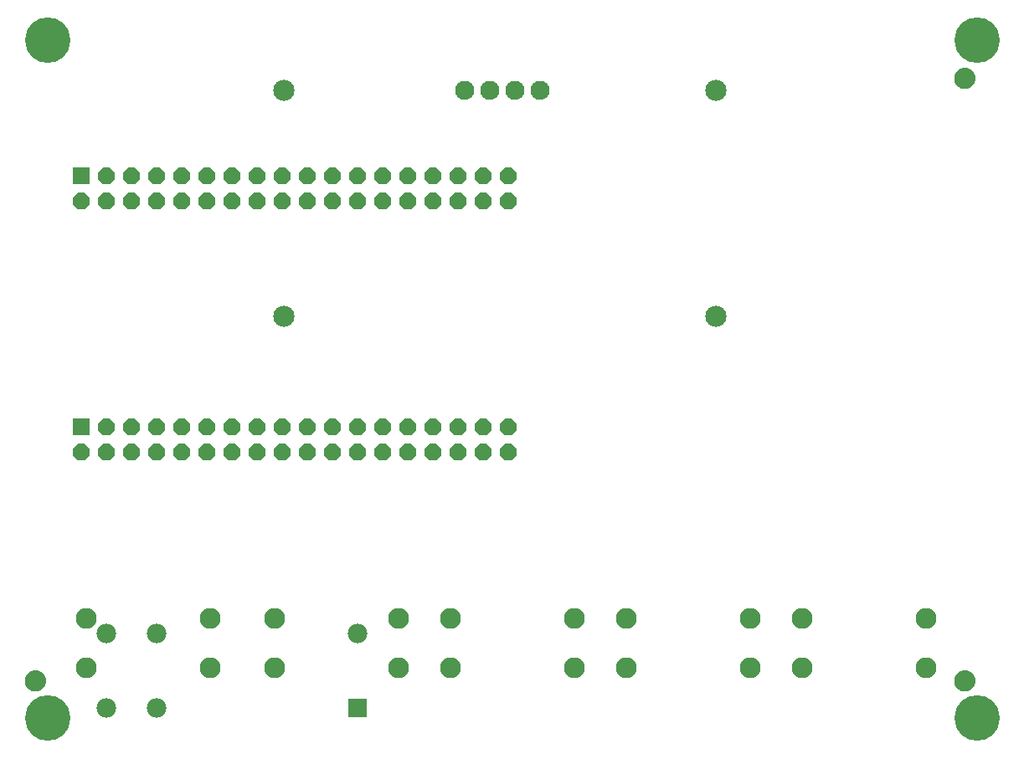
<source format=gbr>
G04 EAGLE Gerber RS-274X export*
G75*
%MOMM*%
%FSLAX34Y34*%
%LPD*%
%INSoldermask Bottom*%
%IPPOS*%
%AMOC8*
5,1,8,0,0,1.08239X$1,22.5*%
G01*
%ADD10C,0.609600*%
%ADD11C,1.168400*%
%ADD12C,1.972400*%
%ADD13R,1.972400X1.972400*%
%ADD14C,4.597400*%
%ADD15C,2.112400*%
%ADD16C,2.152400*%
%ADD17C,1.930400*%
%ADD18R,1.676400X1.676400*%
%ADD19P,1.814519X8X22.500000*%


D10*
X957580Y76200D02*
X957582Y76387D01*
X957589Y76574D01*
X957601Y76761D01*
X957617Y76947D01*
X957637Y77133D01*
X957662Y77318D01*
X957692Y77503D01*
X957726Y77687D01*
X957765Y77870D01*
X957808Y78052D01*
X957856Y78232D01*
X957908Y78412D01*
X957965Y78590D01*
X958025Y78767D01*
X958091Y78942D01*
X958160Y79116D01*
X958234Y79288D01*
X958312Y79458D01*
X958394Y79626D01*
X958480Y79792D01*
X958570Y79956D01*
X958664Y80117D01*
X958762Y80277D01*
X958864Y80433D01*
X958970Y80588D01*
X959080Y80739D01*
X959193Y80888D01*
X959310Y81034D01*
X959430Y81177D01*
X959554Y81317D01*
X959681Y81454D01*
X959812Y81588D01*
X959946Y81719D01*
X960083Y81846D01*
X960223Y81970D01*
X960366Y82090D01*
X960512Y82207D01*
X960661Y82320D01*
X960812Y82430D01*
X960967Y82536D01*
X961123Y82638D01*
X961283Y82736D01*
X961444Y82830D01*
X961608Y82920D01*
X961774Y83006D01*
X961942Y83088D01*
X962112Y83166D01*
X962284Y83240D01*
X962458Y83309D01*
X962633Y83375D01*
X962810Y83435D01*
X962988Y83492D01*
X963168Y83544D01*
X963348Y83592D01*
X963530Y83635D01*
X963713Y83674D01*
X963897Y83708D01*
X964082Y83738D01*
X964267Y83763D01*
X964453Y83783D01*
X964639Y83799D01*
X964826Y83811D01*
X965013Y83818D01*
X965200Y83820D01*
X965387Y83818D01*
X965574Y83811D01*
X965761Y83799D01*
X965947Y83783D01*
X966133Y83763D01*
X966318Y83738D01*
X966503Y83708D01*
X966687Y83674D01*
X966870Y83635D01*
X967052Y83592D01*
X967232Y83544D01*
X967412Y83492D01*
X967590Y83435D01*
X967767Y83375D01*
X967942Y83309D01*
X968116Y83240D01*
X968288Y83166D01*
X968458Y83088D01*
X968626Y83006D01*
X968792Y82920D01*
X968956Y82830D01*
X969117Y82736D01*
X969277Y82638D01*
X969433Y82536D01*
X969588Y82430D01*
X969739Y82320D01*
X969888Y82207D01*
X970034Y82090D01*
X970177Y81970D01*
X970317Y81846D01*
X970454Y81719D01*
X970588Y81588D01*
X970719Y81454D01*
X970846Y81317D01*
X970970Y81177D01*
X971090Y81034D01*
X971207Y80888D01*
X971320Y80739D01*
X971430Y80588D01*
X971536Y80433D01*
X971638Y80277D01*
X971736Y80117D01*
X971830Y79956D01*
X971920Y79792D01*
X972006Y79626D01*
X972088Y79458D01*
X972166Y79288D01*
X972240Y79116D01*
X972309Y78942D01*
X972375Y78767D01*
X972435Y78590D01*
X972492Y78412D01*
X972544Y78232D01*
X972592Y78052D01*
X972635Y77870D01*
X972674Y77687D01*
X972708Y77503D01*
X972738Y77318D01*
X972763Y77133D01*
X972783Y76947D01*
X972799Y76761D01*
X972811Y76574D01*
X972818Y76387D01*
X972820Y76200D01*
X972818Y76013D01*
X972811Y75826D01*
X972799Y75639D01*
X972783Y75453D01*
X972763Y75267D01*
X972738Y75082D01*
X972708Y74897D01*
X972674Y74713D01*
X972635Y74530D01*
X972592Y74348D01*
X972544Y74168D01*
X972492Y73988D01*
X972435Y73810D01*
X972375Y73633D01*
X972309Y73458D01*
X972240Y73284D01*
X972166Y73112D01*
X972088Y72942D01*
X972006Y72774D01*
X971920Y72608D01*
X971830Y72444D01*
X971736Y72283D01*
X971638Y72123D01*
X971536Y71967D01*
X971430Y71812D01*
X971320Y71661D01*
X971207Y71512D01*
X971090Y71366D01*
X970970Y71223D01*
X970846Y71083D01*
X970719Y70946D01*
X970588Y70812D01*
X970454Y70681D01*
X970317Y70554D01*
X970177Y70430D01*
X970034Y70310D01*
X969888Y70193D01*
X969739Y70080D01*
X969588Y69970D01*
X969433Y69864D01*
X969277Y69762D01*
X969117Y69664D01*
X968956Y69570D01*
X968792Y69480D01*
X968626Y69394D01*
X968458Y69312D01*
X968288Y69234D01*
X968116Y69160D01*
X967942Y69091D01*
X967767Y69025D01*
X967590Y68965D01*
X967412Y68908D01*
X967232Y68856D01*
X967052Y68808D01*
X966870Y68765D01*
X966687Y68726D01*
X966503Y68692D01*
X966318Y68662D01*
X966133Y68637D01*
X965947Y68617D01*
X965761Y68601D01*
X965574Y68589D01*
X965387Y68582D01*
X965200Y68580D01*
X965013Y68582D01*
X964826Y68589D01*
X964639Y68601D01*
X964453Y68617D01*
X964267Y68637D01*
X964082Y68662D01*
X963897Y68692D01*
X963713Y68726D01*
X963530Y68765D01*
X963348Y68808D01*
X963168Y68856D01*
X962988Y68908D01*
X962810Y68965D01*
X962633Y69025D01*
X962458Y69091D01*
X962284Y69160D01*
X962112Y69234D01*
X961942Y69312D01*
X961774Y69394D01*
X961608Y69480D01*
X961444Y69570D01*
X961283Y69664D01*
X961123Y69762D01*
X960967Y69864D01*
X960812Y69970D01*
X960661Y70080D01*
X960512Y70193D01*
X960366Y70310D01*
X960223Y70430D01*
X960083Y70554D01*
X959946Y70681D01*
X959812Y70812D01*
X959681Y70946D01*
X959554Y71083D01*
X959430Y71223D01*
X959310Y71366D01*
X959193Y71512D01*
X959080Y71661D01*
X958970Y71812D01*
X958864Y71967D01*
X958762Y72123D01*
X958664Y72283D01*
X958570Y72444D01*
X958480Y72608D01*
X958394Y72774D01*
X958312Y72942D01*
X958234Y73112D01*
X958160Y73284D01*
X958091Y73458D01*
X958025Y73633D01*
X957965Y73810D01*
X957908Y73988D01*
X957856Y74168D01*
X957808Y74348D01*
X957765Y74530D01*
X957726Y74713D01*
X957692Y74897D01*
X957662Y75082D01*
X957637Y75267D01*
X957617Y75453D01*
X957601Y75639D01*
X957589Y75826D01*
X957582Y76013D01*
X957580Y76200D01*
D11*
X965200Y76200D03*
D10*
X957580Y685800D02*
X957582Y685987D01*
X957589Y686174D01*
X957601Y686361D01*
X957617Y686547D01*
X957637Y686733D01*
X957662Y686918D01*
X957692Y687103D01*
X957726Y687287D01*
X957765Y687470D01*
X957808Y687652D01*
X957856Y687832D01*
X957908Y688012D01*
X957965Y688190D01*
X958025Y688367D01*
X958091Y688542D01*
X958160Y688716D01*
X958234Y688888D01*
X958312Y689058D01*
X958394Y689226D01*
X958480Y689392D01*
X958570Y689556D01*
X958664Y689717D01*
X958762Y689877D01*
X958864Y690033D01*
X958970Y690188D01*
X959080Y690339D01*
X959193Y690488D01*
X959310Y690634D01*
X959430Y690777D01*
X959554Y690917D01*
X959681Y691054D01*
X959812Y691188D01*
X959946Y691319D01*
X960083Y691446D01*
X960223Y691570D01*
X960366Y691690D01*
X960512Y691807D01*
X960661Y691920D01*
X960812Y692030D01*
X960967Y692136D01*
X961123Y692238D01*
X961283Y692336D01*
X961444Y692430D01*
X961608Y692520D01*
X961774Y692606D01*
X961942Y692688D01*
X962112Y692766D01*
X962284Y692840D01*
X962458Y692909D01*
X962633Y692975D01*
X962810Y693035D01*
X962988Y693092D01*
X963168Y693144D01*
X963348Y693192D01*
X963530Y693235D01*
X963713Y693274D01*
X963897Y693308D01*
X964082Y693338D01*
X964267Y693363D01*
X964453Y693383D01*
X964639Y693399D01*
X964826Y693411D01*
X965013Y693418D01*
X965200Y693420D01*
X965387Y693418D01*
X965574Y693411D01*
X965761Y693399D01*
X965947Y693383D01*
X966133Y693363D01*
X966318Y693338D01*
X966503Y693308D01*
X966687Y693274D01*
X966870Y693235D01*
X967052Y693192D01*
X967232Y693144D01*
X967412Y693092D01*
X967590Y693035D01*
X967767Y692975D01*
X967942Y692909D01*
X968116Y692840D01*
X968288Y692766D01*
X968458Y692688D01*
X968626Y692606D01*
X968792Y692520D01*
X968956Y692430D01*
X969117Y692336D01*
X969277Y692238D01*
X969433Y692136D01*
X969588Y692030D01*
X969739Y691920D01*
X969888Y691807D01*
X970034Y691690D01*
X970177Y691570D01*
X970317Y691446D01*
X970454Y691319D01*
X970588Y691188D01*
X970719Y691054D01*
X970846Y690917D01*
X970970Y690777D01*
X971090Y690634D01*
X971207Y690488D01*
X971320Y690339D01*
X971430Y690188D01*
X971536Y690033D01*
X971638Y689877D01*
X971736Y689717D01*
X971830Y689556D01*
X971920Y689392D01*
X972006Y689226D01*
X972088Y689058D01*
X972166Y688888D01*
X972240Y688716D01*
X972309Y688542D01*
X972375Y688367D01*
X972435Y688190D01*
X972492Y688012D01*
X972544Y687832D01*
X972592Y687652D01*
X972635Y687470D01*
X972674Y687287D01*
X972708Y687103D01*
X972738Y686918D01*
X972763Y686733D01*
X972783Y686547D01*
X972799Y686361D01*
X972811Y686174D01*
X972818Y685987D01*
X972820Y685800D01*
X972818Y685613D01*
X972811Y685426D01*
X972799Y685239D01*
X972783Y685053D01*
X972763Y684867D01*
X972738Y684682D01*
X972708Y684497D01*
X972674Y684313D01*
X972635Y684130D01*
X972592Y683948D01*
X972544Y683768D01*
X972492Y683588D01*
X972435Y683410D01*
X972375Y683233D01*
X972309Y683058D01*
X972240Y682884D01*
X972166Y682712D01*
X972088Y682542D01*
X972006Y682374D01*
X971920Y682208D01*
X971830Y682044D01*
X971736Y681883D01*
X971638Y681723D01*
X971536Y681567D01*
X971430Y681412D01*
X971320Y681261D01*
X971207Y681112D01*
X971090Y680966D01*
X970970Y680823D01*
X970846Y680683D01*
X970719Y680546D01*
X970588Y680412D01*
X970454Y680281D01*
X970317Y680154D01*
X970177Y680030D01*
X970034Y679910D01*
X969888Y679793D01*
X969739Y679680D01*
X969588Y679570D01*
X969433Y679464D01*
X969277Y679362D01*
X969117Y679264D01*
X968956Y679170D01*
X968792Y679080D01*
X968626Y678994D01*
X968458Y678912D01*
X968288Y678834D01*
X968116Y678760D01*
X967942Y678691D01*
X967767Y678625D01*
X967590Y678565D01*
X967412Y678508D01*
X967232Y678456D01*
X967052Y678408D01*
X966870Y678365D01*
X966687Y678326D01*
X966503Y678292D01*
X966318Y678262D01*
X966133Y678237D01*
X965947Y678217D01*
X965761Y678201D01*
X965574Y678189D01*
X965387Y678182D01*
X965200Y678180D01*
X965013Y678182D01*
X964826Y678189D01*
X964639Y678201D01*
X964453Y678217D01*
X964267Y678237D01*
X964082Y678262D01*
X963897Y678292D01*
X963713Y678326D01*
X963530Y678365D01*
X963348Y678408D01*
X963168Y678456D01*
X962988Y678508D01*
X962810Y678565D01*
X962633Y678625D01*
X962458Y678691D01*
X962284Y678760D01*
X962112Y678834D01*
X961942Y678912D01*
X961774Y678994D01*
X961608Y679080D01*
X961444Y679170D01*
X961283Y679264D01*
X961123Y679362D01*
X960967Y679464D01*
X960812Y679570D01*
X960661Y679680D01*
X960512Y679793D01*
X960366Y679910D01*
X960223Y680030D01*
X960083Y680154D01*
X959946Y680281D01*
X959812Y680412D01*
X959681Y680546D01*
X959554Y680683D01*
X959430Y680823D01*
X959310Y680966D01*
X959193Y681112D01*
X959080Y681261D01*
X958970Y681412D01*
X958864Y681567D01*
X958762Y681723D01*
X958664Y681883D01*
X958570Y682044D01*
X958480Y682208D01*
X958394Y682374D01*
X958312Y682542D01*
X958234Y682712D01*
X958160Y682884D01*
X958091Y683058D01*
X958025Y683233D01*
X957965Y683410D01*
X957908Y683588D01*
X957856Y683768D01*
X957808Y683948D01*
X957765Y684130D01*
X957726Y684313D01*
X957692Y684497D01*
X957662Y684682D01*
X957637Y684867D01*
X957617Y685053D01*
X957601Y685239D01*
X957589Y685426D01*
X957582Y685613D01*
X957580Y685800D01*
D11*
X965200Y685800D03*
D10*
X17780Y76200D02*
X17782Y76387D01*
X17789Y76574D01*
X17801Y76761D01*
X17817Y76947D01*
X17837Y77133D01*
X17862Y77318D01*
X17892Y77503D01*
X17926Y77687D01*
X17965Y77870D01*
X18008Y78052D01*
X18056Y78232D01*
X18108Y78412D01*
X18165Y78590D01*
X18225Y78767D01*
X18291Y78942D01*
X18360Y79116D01*
X18434Y79288D01*
X18512Y79458D01*
X18594Y79626D01*
X18680Y79792D01*
X18770Y79956D01*
X18864Y80117D01*
X18962Y80277D01*
X19064Y80433D01*
X19170Y80588D01*
X19280Y80739D01*
X19393Y80888D01*
X19510Y81034D01*
X19630Y81177D01*
X19754Y81317D01*
X19881Y81454D01*
X20012Y81588D01*
X20146Y81719D01*
X20283Y81846D01*
X20423Y81970D01*
X20566Y82090D01*
X20712Y82207D01*
X20861Y82320D01*
X21012Y82430D01*
X21167Y82536D01*
X21323Y82638D01*
X21483Y82736D01*
X21644Y82830D01*
X21808Y82920D01*
X21974Y83006D01*
X22142Y83088D01*
X22312Y83166D01*
X22484Y83240D01*
X22658Y83309D01*
X22833Y83375D01*
X23010Y83435D01*
X23188Y83492D01*
X23368Y83544D01*
X23548Y83592D01*
X23730Y83635D01*
X23913Y83674D01*
X24097Y83708D01*
X24282Y83738D01*
X24467Y83763D01*
X24653Y83783D01*
X24839Y83799D01*
X25026Y83811D01*
X25213Y83818D01*
X25400Y83820D01*
X25587Y83818D01*
X25774Y83811D01*
X25961Y83799D01*
X26147Y83783D01*
X26333Y83763D01*
X26518Y83738D01*
X26703Y83708D01*
X26887Y83674D01*
X27070Y83635D01*
X27252Y83592D01*
X27432Y83544D01*
X27612Y83492D01*
X27790Y83435D01*
X27967Y83375D01*
X28142Y83309D01*
X28316Y83240D01*
X28488Y83166D01*
X28658Y83088D01*
X28826Y83006D01*
X28992Y82920D01*
X29156Y82830D01*
X29317Y82736D01*
X29477Y82638D01*
X29633Y82536D01*
X29788Y82430D01*
X29939Y82320D01*
X30088Y82207D01*
X30234Y82090D01*
X30377Y81970D01*
X30517Y81846D01*
X30654Y81719D01*
X30788Y81588D01*
X30919Y81454D01*
X31046Y81317D01*
X31170Y81177D01*
X31290Y81034D01*
X31407Y80888D01*
X31520Y80739D01*
X31630Y80588D01*
X31736Y80433D01*
X31838Y80277D01*
X31936Y80117D01*
X32030Y79956D01*
X32120Y79792D01*
X32206Y79626D01*
X32288Y79458D01*
X32366Y79288D01*
X32440Y79116D01*
X32509Y78942D01*
X32575Y78767D01*
X32635Y78590D01*
X32692Y78412D01*
X32744Y78232D01*
X32792Y78052D01*
X32835Y77870D01*
X32874Y77687D01*
X32908Y77503D01*
X32938Y77318D01*
X32963Y77133D01*
X32983Y76947D01*
X32999Y76761D01*
X33011Y76574D01*
X33018Y76387D01*
X33020Y76200D01*
X33018Y76013D01*
X33011Y75826D01*
X32999Y75639D01*
X32983Y75453D01*
X32963Y75267D01*
X32938Y75082D01*
X32908Y74897D01*
X32874Y74713D01*
X32835Y74530D01*
X32792Y74348D01*
X32744Y74168D01*
X32692Y73988D01*
X32635Y73810D01*
X32575Y73633D01*
X32509Y73458D01*
X32440Y73284D01*
X32366Y73112D01*
X32288Y72942D01*
X32206Y72774D01*
X32120Y72608D01*
X32030Y72444D01*
X31936Y72283D01*
X31838Y72123D01*
X31736Y71967D01*
X31630Y71812D01*
X31520Y71661D01*
X31407Y71512D01*
X31290Y71366D01*
X31170Y71223D01*
X31046Y71083D01*
X30919Y70946D01*
X30788Y70812D01*
X30654Y70681D01*
X30517Y70554D01*
X30377Y70430D01*
X30234Y70310D01*
X30088Y70193D01*
X29939Y70080D01*
X29788Y69970D01*
X29633Y69864D01*
X29477Y69762D01*
X29317Y69664D01*
X29156Y69570D01*
X28992Y69480D01*
X28826Y69394D01*
X28658Y69312D01*
X28488Y69234D01*
X28316Y69160D01*
X28142Y69091D01*
X27967Y69025D01*
X27790Y68965D01*
X27612Y68908D01*
X27432Y68856D01*
X27252Y68808D01*
X27070Y68765D01*
X26887Y68726D01*
X26703Y68692D01*
X26518Y68662D01*
X26333Y68637D01*
X26147Y68617D01*
X25961Y68601D01*
X25774Y68589D01*
X25587Y68582D01*
X25400Y68580D01*
X25213Y68582D01*
X25026Y68589D01*
X24839Y68601D01*
X24653Y68617D01*
X24467Y68637D01*
X24282Y68662D01*
X24097Y68692D01*
X23913Y68726D01*
X23730Y68765D01*
X23548Y68808D01*
X23368Y68856D01*
X23188Y68908D01*
X23010Y68965D01*
X22833Y69025D01*
X22658Y69091D01*
X22484Y69160D01*
X22312Y69234D01*
X22142Y69312D01*
X21974Y69394D01*
X21808Y69480D01*
X21644Y69570D01*
X21483Y69664D01*
X21323Y69762D01*
X21167Y69864D01*
X21012Y69970D01*
X20861Y70080D01*
X20712Y70193D01*
X20566Y70310D01*
X20423Y70430D01*
X20283Y70554D01*
X20146Y70681D01*
X20012Y70812D01*
X19881Y70946D01*
X19754Y71083D01*
X19630Y71223D01*
X19510Y71366D01*
X19393Y71512D01*
X19280Y71661D01*
X19170Y71812D01*
X19064Y71967D01*
X18962Y72123D01*
X18864Y72283D01*
X18770Y72444D01*
X18680Y72608D01*
X18594Y72774D01*
X18512Y72942D01*
X18434Y73112D01*
X18360Y73284D01*
X18291Y73458D01*
X18225Y73633D01*
X18165Y73810D01*
X18108Y73988D01*
X18056Y74168D01*
X18008Y74348D01*
X17965Y74530D01*
X17926Y74713D01*
X17892Y74897D01*
X17862Y75082D01*
X17837Y75267D01*
X17817Y75453D01*
X17801Y75639D01*
X17789Y75826D01*
X17782Y76013D01*
X17780Y76200D01*
D11*
X25400Y76200D03*
D12*
X148200Y48700D03*
X97800Y48700D03*
X148200Y123700D03*
X97800Y123700D03*
D13*
X351200Y48700D03*
D12*
X351200Y123700D03*
D14*
X977900Y38100D03*
X38100Y38100D03*
X977900Y723900D03*
X38100Y723900D03*
D15*
X202200Y139300D03*
X202200Y89300D03*
X77200Y89300D03*
X77200Y139300D03*
X392700Y139300D03*
X392700Y89300D03*
X267700Y89300D03*
X267700Y139300D03*
X570500Y139300D03*
X570500Y89300D03*
X445500Y89300D03*
X445500Y139300D03*
X748300Y139300D03*
X748300Y89300D03*
X623300Y89300D03*
X623300Y139300D03*
X926100Y139300D03*
X926100Y89300D03*
X801100Y89300D03*
X801100Y139300D03*
D16*
X276860Y444500D03*
X713740Y444500D03*
X276860Y673100D03*
X713740Y673100D03*
D17*
X535940Y673100D03*
X510540Y673100D03*
X485140Y673100D03*
X459740Y673100D03*
D18*
X71800Y587000D03*
D19*
X71800Y561600D03*
X97200Y587000D03*
X97200Y561600D03*
X122600Y587000D03*
X122600Y561600D03*
X148000Y587000D03*
X148000Y561600D03*
X173400Y587000D03*
X173400Y561600D03*
X198800Y587000D03*
X198800Y561600D03*
X224200Y587000D03*
X224200Y561600D03*
X249600Y587000D03*
X249600Y561600D03*
X275000Y587000D03*
X275000Y561600D03*
X300400Y587000D03*
X300400Y561600D03*
X325800Y587000D03*
X325800Y561600D03*
X351200Y587000D03*
X351200Y561600D03*
X376600Y587000D03*
X376600Y561600D03*
X402000Y587000D03*
X402000Y561600D03*
X427400Y587000D03*
X427400Y561600D03*
X452800Y587000D03*
X452800Y561600D03*
X478200Y587000D03*
X478200Y561600D03*
X503600Y587000D03*
X503600Y561600D03*
D18*
X71800Y333000D03*
D19*
X71800Y307600D03*
X97200Y333000D03*
X97200Y307600D03*
X122600Y333000D03*
X122600Y307600D03*
X148000Y333000D03*
X148000Y307600D03*
X173400Y333000D03*
X173400Y307600D03*
X198800Y333000D03*
X198800Y307600D03*
X224200Y333000D03*
X224200Y307600D03*
X249600Y333000D03*
X249600Y307600D03*
X275000Y333000D03*
X275000Y307600D03*
X300400Y333000D03*
X300400Y307600D03*
X325800Y333000D03*
X325800Y307600D03*
X351200Y333000D03*
X351200Y307600D03*
X376600Y333000D03*
X376600Y307600D03*
X402000Y333000D03*
X402000Y307600D03*
X427400Y333000D03*
X427400Y307600D03*
X452800Y333000D03*
X452800Y307600D03*
X478200Y333000D03*
X478200Y307600D03*
X503600Y333000D03*
X503600Y307600D03*
M02*

</source>
